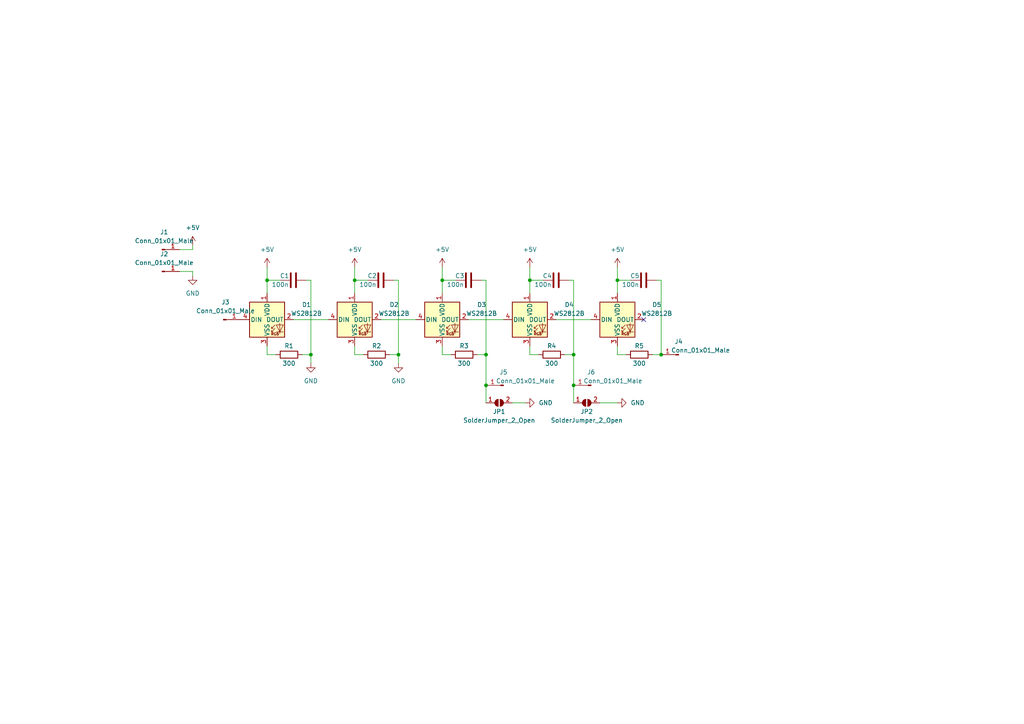
<source format=kicad_sch>
(kicad_sch (version 20211123) (generator eeschema)
  (paper "A4")
  (lib_symbols
    (symbol "Connector:Conn_01x01_Male" (pin_names (offset 1.016) hide)
      (property "Reference" "J" (at 0 2.54 0))
      (property "Value" "Conn_01x01_Male" (at 0 -2.54 0))
      (symbol "Conn_01x01_Male_1_1"
        (polyline (pts (xy 1.27 0) (xy 0.8636 0)) (stroke (width 0.1524)))
        (rectangle (start 0.8636 0.127) (end 0 -0.127) (stroke (width 0.1524)) (fill (type outline)))
        (pin passive line (at 5.08 0 180) (length 3.81) (name "Pin_1") (number "1"))
      )
    )
    (symbol "Device:C" (pin_numbers hide) (pin_names (offset 0.254))
      (property "Reference" "C" (at 0.635 2.54 0))
      (property "Value" "C" (at 0.635 -2.54 0))
      (symbol "C_0_1"
        (polyline (pts (xy -2.032 -0.762) (xy 2.032 -0.762)) (stroke (width 0.508)))
        (polyline (pts (xy -2.032 0.762) (xy 2.032 0.762)) (stroke (width 0.508)))
      )
      (symbol "C_1_1"
        (pin passive line (at 0 3.81 270) (length 2.794) (name "~") (number "1"))
        (pin passive line (at 0 -3.81 90) (length 2.794) (name "~") (number "2"))
      )
    )
    (symbol "Device:R" (pin_numbers hide) (pin_names (offset 0))
      (property "Reference" "R" (at 2.032 0 90))
      (property "Value" "R" (at 0 0 90))
      (symbol "R_0_1"
        (rectangle (start -1.016 -2.54) (end 1.016 2.54) (stroke (width 0.254)))
      )
      (symbol "R_1_1"
        (pin passive line (at 0 3.81 270) (length 1.27) (name "~") (number "1"))
        (pin passive line (at 0 -3.81 90) (length 1.27) (name "~") (number "2"))
      )
    )
    (symbol "Jumper:SolderJumper_2_Open" (pin_names (offset 0) hide)
      (property "Reference" "JP" (at 0 2.032 0))
      (property "Value" "SolderJumper_2_Open" (at 0 -2.54 0))
      (symbol "SolderJumper_2_Open_0_1"
        (arc (start -0.254 1.016) (mid -1.27 0) (end -0.254 -1.016))
        (arc (start -0.254 1.016) (mid -1.27 0) (end -0.254 -1.016) (fill (type outline)))
        (polyline (pts (xy -0.254 1.016) (xy -0.254 -1.016)))
        (polyline (pts (xy 0.254 1.016) (xy 0.254 -1.016)))
        (arc (start 0.254 -1.016) (mid 1.27 0) (end 0.254 1.016))
        (arc (start 0.254 -1.016) (mid 1.27 0) (end 0.254 1.016) (fill (type outline)))
      )
      (symbol "SolderJumper_2_Open_1_1"
        (pin passive line (at -3.81 0 0) (length 2.54) (name "A") (number "1"))
        (pin passive line (at 3.81 0 180) (length 2.54) (name "B") (number "2"))
      )
    )
    (symbol "LED:WS2812B" (pin_names (offset 0.254))
      (property "Reference" "D" (at 5.08 5.715 0))
      (property "Value" "WS2812B" (at 1.27 -5.715 0))
      (symbol "WS2812B_0_0"
        (text "RGB" (at 2.286 -4.191 0) (effects (font (size 0.762 0.762))))
      )
      (symbol "WS2812B_0_1"
        (polyline (pts (xy 1.27 -3.556) (xy 1.778 -3.556)))
        (polyline (pts (xy 1.27 -2.54) (xy 1.778 -2.54)))
        (polyline (pts (xy 4.699 -3.556) (xy 2.667 -3.556)))
        (polyline (pts (xy 2.286 -2.54) (xy 1.27 -3.556) (xy 1.27 -3.048)))
        (polyline (pts (xy 2.286 -1.524) (xy 1.27 -2.54) (xy 1.27 -2.032)))
        (polyline (pts (xy 3.683 -1.016) (xy 3.683 -3.556) (xy 3.683 -4.064)))
        (polyline (pts (xy 4.699 -1.524) (xy 2.667 -1.524) (xy 3.683 -3.556) (xy 4.699 -1.524)))
        (rectangle (start 5.08 5.08) (end -5.08 -5.08) (stroke (width 0.254)) (fill (type background)))
      )
      (symbol "WS2812B_1_1"
        (pin power_in line (at 0 7.62 270) (length 2.54) (name "VDD") (number "1"))
        (pin output line (at 7.62 0 180) (length 2.54) (name "DOUT") (number "2"))
        (pin power_in line (at 0 -7.62 90) (length 2.54) (name "VSS") (number "3"))
        (pin input line (at -7.62 0 0) (length 2.54) (name "DIN") (number "4"))
      )
    )
    (symbol "power:+5V" (power) (pin_names (offset 0))
      (property "Value" "+5V" (at 0 3.556 0))
      (symbol "+5V_0_1"
        (polyline (pts (xy -0.762 1.27) (xy 0 2.54)))
        (polyline (pts (xy 0 0) (xy 0 2.54)))
        (polyline (pts (xy 0 2.54) (xy 0.762 1.27)))
      )
      (symbol "+5V_1_1"
        (pin power_in line (at 0 0 90) (length 0) hide (name "+5V") (number "1"))
      )
    )
    (symbol "power:GND" (power) (pin_names (offset 0))
      (property "Value" "GND" (at 0 -3.81 0))
      (symbol "GND_0_1"
        (polyline (pts (xy 0 0) (xy 0 -1.27) (xy 1.27 -1.27) (xy 0 -2.54) (xy -1.27 -1.27) (xy 0 -1.27)))
      )
      (symbol "GND_1_1"
        (pin power_in line (at 0 0 270) (length 0) hide (name "GND") (number "1"))
      )
    )
  )
  (junction (at 179.07 81.28))
  (junction (at 115.57 102.87))
  (junction (at 166.37 102.87))
  (junction (at 140.97 111.76))
  (junction (at 153.67 81.28))
  (junction (at 90.17 102.87))
  (junction (at 102.87 81.28))
  (junction (at 166.37 111.76))
  (junction (at 191.77 102.87))
  (junction (at 77.47 81.28))
  (junction (at 140.97 102.87))
  (junction (at 128.27 81.28))
  (no_connect (at 186.69 92.71))
  (wire (pts (xy 114.3 81.28) (xy 115.57 81.28)))
  (wire (pts (xy 161.29 92.71) (xy 171.45 92.71)))
  (wire (pts (xy 52.07 72.39) (xy 55.88 72.39)))
  (wire (pts (xy 128.27 81.28) (xy 132.08 81.28)))
  (wire (pts (xy 88.9 81.28) (xy 90.17 81.28)))
  (wire (pts (xy 90.17 102.87) (xy 90.17 105.41)))
  (wire (pts (xy 113.03 102.87) (xy 115.57 102.87)))
  (wire (pts (xy 179.07 100.33) (xy 179.07 102.87)))
  (wire (pts (xy 189.23 102.87) (xy 191.77 102.87)))
  (wire (pts (xy 179.07 81.28) (xy 179.07 85.09)))
  (wire (pts (xy 179.07 102.87) (xy 181.61 102.87)))
  (wire (pts (xy 128.27 81.28) (xy 128.27 85.09)))
  (wire (pts (xy 139.7 81.28) (xy 140.97 81.28)))
  (wire (pts (xy 77.47 81.28) (xy 77.47 85.09)))
  (wire (pts (xy 102.87 102.87) (xy 105.41 102.87)))
  (wire (pts (xy 55.88 72.39) (xy 55.88 71.12)))
  (wire (pts (xy 179.07 81.28) (xy 182.88 81.28)))
  (wire (pts (xy 173.99 116.84) (xy 179.07 116.84)))
  (wire (pts (xy 166.37 102.87) (xy 166.37 111.76)))
  (wire (pts (xy 77.47 100.33) (xy 77.47 102.87)))
  (wire (pts (xy 140.97 81.28) (xy 140.97 102.87)))
  (wire (pts (xy 77.47 81.28) (xy 81.28 81.28)))
  (wire (pts (xy 153.67 81.28) (xy 153.67 85.09)))
  (wire (pts (xy 153.67 77.47) (xy 153.67 81.28)))
  (wire (pts (xy 102.87 100.33) (xy 102.87 102.87)))
  (wire (pts (xy 102.87 77.47) (xy 102.87 81.28)))
  (wire (pts (xy 138.43 102.87) (xy 140.97 102.87)))
  (wire (pts (xy 55.88 78.74) (xy 55.88 80.01)))
  (wire (pts (xy 166.37 81.28) (xy 166.37 102.87)))
  (wire (pts (xy 128.27 102.87) (xy 130.81 102.87)))
  (wire (pts (xy 128.27 100.33) (xy 128.27 102.87)))
  (wire (pts (xy 153.67 102.87) (xy 156.21 102.87)))
  (wire (pts (xy 135.89 92.71) (xy 146.05 92.71)))
  (wire (pts (xy 110.49 92.71) (xy 120.65 92.71)))
  (wire (pts (xy 52.07 78.74) (xy 55.88 78.74)))
  (wire (pts (xy 90.17 81.28) (xy 90.17 102.87)))
  (wire (pts (xy 102.87 81.28) (xy 102.87 85.09)))
  (wire (pts (xy 179.07 77.47) (xy 179.07 81.28)))
  (wire (pts (xy 140.97 111.76) (xy 140.97 116.84)))
  (wire (pts (xy 87.63 102.87) (xy 90.17 102.87)))
  (wire (pts (xy 140.97 102.87) (xy 140.97 111.76)))
  (wire (pts (xy 115.57 81.28) (xy 115.57 102.87)))
  (wire (pts (xy 153.67 100.33) (xy 153.67 102.87)))
  (wire (pts (xy 77.47 77.47) (xy 77.47 81.28)))
  (wire (pts (xy 85.09 92.71) (xy 95.25 92.71)))
  (wire (pts (xy 191.77 81.28) (xy 191.77 102.87)))
  (wire (pts (xy 128.27 77.47) (xy 128.27 81.28)))
  (wire (pts (xy 77.47 102.87) (xy 80.01 102.87)))
  (wire (pts (xy 165.1 81.28) (xy 166.37 81.28)))
  (wire (pts (xy 166.37 111.76) (xy 166.37 116.84)))
  (wire (pts (xy 153.67 81.28) (xy 157.48 81.28)))
  (wire (pts (xy 102.87 81.28) (xy 106.68 81.28)))
  (wire (pts (xy 148.59 116.84) (xy 152.4 116.84)))
  (wire (pts (xy 190.5 81.28) (xy 191.77 81.28)))
  (wire (pts (xy 115.57 102.87) (xy 115.57 105.41)))
  (wire (pts (xy 163.83 102.87) (xy 166.37 102.87)))
  (symbol (lib_id "Connector:Conn_01x01_Male") (at 46.99 72.39 0) (unit 1)
    (property "Reference" "J1" (at 47.625 67.31 0))
    (property "Value" "Conn_01x01_Male" (at 47.625 69.85 0))
    (property "Footprint" "TestPoint:TestPoint_Pad_3.0x3.0mm" (effects hide))
  )
  (symbol (lib_id "Device:R") (at 109.22 102.87 90) (unit 1)
    (property "Reference" "R2" (at 109.22 100.33 90))
    (property "Value" "300" (at 109.22 105.41 90))
    (property "Footprint" "Resistor_SMD:R_0805_2012Metric" (effects hide))
  )
  (symbol (lib_id "LED:WS2812B") (at 77.47 92.71 0) (unit 1)
    (property "Reference" "D1" (at 88.9 88.3793 0))
    (property "Value" "WS2812B" (at 88.9 90.9193 0))
    (property "Footprint" "LED_SMD:LED_WS2812B_PLCC4_5.0x5.0mm_P3.2mm" (effects hide))
    (property "Datasheet" "https://cdn-shop.adafruit.com/datasheets/WS2812B.pdf" (effects hide))
  )
  (symbol (lib_id "power:GND") (at 179.07 116.84 90) (unit 1)
    (property "Reference" "#PWR011" (effects hide))
    (property "Value" "GND" (at 182.88 116.8399 90) (effects (justify right)))
  )
  (symbol (lib_id "Connector:Conn_01x01_Male") (at 146.05 111.76 180) (unit 1)
    (property "Reference" "J5" (at 146.05 107.95 0))
    (property "Value" "Conn_01x01_Male" (at 152.4 110.49 0))
    (property "Footprint" "TestPoint:TestPoint_Pad_3.0x3.0mm" (effects hide))
  )
  (symbol (lib_id "power:+5V") (at 128.27 77.47 0) (unit 1)
    (property "Reference" "#PWR04" (effects hide))
    (property "Value" "+5V" (at 128.27 72.39 0))
  )
  (symbol (lib_id "power:GND") (at 152.4 116.84 90) (unit 1)
    (property "Reference" "#PWR010" (effects hide))
    (property "Value" "GND" (at 156.21 116.8399 90) (effects (justify right)))
  )
  (symbol (lib_id "Connector:Conn_01x01_Male") (at 196.85 102.87 180) (unit 1)
    (property "Reference" "J4" (at 196.85 99.06 0))
    (property "Value" "Conn_01x01_Male" (at 203.2 101.6 0))
    (property "Footprint" "TestPoint:TestPoint_Pad_3.0x3.0mm" (effects hide))
  )
  (symbol (lib_id "Device:C") (at 135.89 81.28 90) (unit 1)
    (property "Reference" "C3" (at 133.35 80.01 90))
    (property "Value" "100n" (at 132.08 82.55 90))
    (property "Footprint" "Capacitor_SMD:C_0805_2012Metric" (effects hide))
  )
  (symbol (lib_id "Device:R") (at 160.02 102.87 90) (unit 1)
    (property "Reference" "R4" (at 160.02 100.33 90))
    (property "Value" "300" (at 160.02 105.41 90))
    (property "Footprint" "Resistor_SMD:R_0805_2012Metric" (effects hide))
  )
  (symbol (lib_id "Jumper:SolderJumper_2_Open") (at 144.78 116.84 0) (unit 1)
    (property "Reference" "JP1" (at 144.78 119.38 0))
    (property "Value" "SolderJumper_2_Open" (at 144.78 121.92 0))
    (property "Footprint" "Jumper:SolderJumper-2_P1.3mm_Open_RoundedPad1.0x1.5mm" (effects hide))
  )
  (symbol (lib_id "power:+5V") (at 153.67 77.47 0) (unit 1)
    (property "Reference" "#PWR05" (effects hide))
    (property "Value" "+5V" (at 153.67 72.39 0))
  )
  (symbol (lib_id "power:GND") (at 115.57 105.41 0) (unit 1)
    (property "Reference" "#PWR09" (effects hide))
    (property "Value" "GND" (at 115.57 110.49 0))
  )
  (symbol (lib_id "power:+5V") (at 102.87 77.47 0) (unit 1)
    (property "Reference" "#PWR03" (effects hide))
    (property "Value" "+5V" (at 102.87 72.39 0))
  )
  (symbol (lib_id "Device:R") (at 134.62 102.87 90) (unit 1)
    (property "Reference" "R3" (at 134.62 100.33 90))
    (property "Value" "300" (at 134.62 105.41 90))
    (property "Footprint" "Resistor_SMD:R_0805_2012Metric" (effects hide))
  )
  (symbol (lib_id "Device:C") (at 85.09 81.28 90) (unit 1)
    (property "Reference" "C1" (at 82.55 80.01 90))
    (property "Value" "100n" (at 81.28 82.55 90))
    (property "Footprint" "Capacitor_SMD:C_0805_2012Metric" (effects hide))
  )
  (symbol (lib_id "LED:WS2812B") (at 128.27 92.71 0) (unit 1)
    (property "Reference" "D3" (at 139.7 88.3793 0))
    (property "Value" "WS2812B" (at 139.7 90.9193 0))
    (property "Footprint" "LED_SMD:LED_WS2812B_PLCC4_5.0x5.0mm_P3.2mm" (effects hide))
    (property "Datasheet" "https://cdn-shop.adafruit.com/datasheets/WS2812B.pdf" (effects hide))
  )
  (symbol (lib_id "Jumper:SolderJumper_2_Open") (at 170.18 116.84 0) (unit 1)
    (property "Reference" "JP2" (at 170.18 119.38 0))
    (property "Value" "SolderJumper_2_Open" (at 170.18 121.92 0))
    (property "Footprint" "Jumper:SolderJumper-2_P1.3mm_Open_RoundedPad1.0x1.5mm" (effects hide))
  )
  (symbol (lib_id "power:+5V") (at 55.88 71.12 0) (unit 1)
    (property "Reference" "#PWR01" (effects hide))
    (property "Value" "+5V" (at 55.88 66.04 0))
  )
  (symbol (lib_id "Device:R") (at 185.42 102.87 90) (unit 1)
    (property "Reference" "R5" (at 185.42 100.33 90))
    (property "Value" "300" (at 185.42 105.41 90))
    (property "Footprint" "Resistor_SMD:R_0805_2012Metric" (effects hide))
  )
  (symbol (lib_id "power:+5V") (at 179.07 77.47 0) (unit 1)
    (property "Reference" "#PWR06" (effects hide))
    (property "Value" "+5V" (at 179.07 72.39 0))
  )
  (symbol (lib_id "LED:WS2812B") (at 179.07 92.71 0) (unit 1)
    (property "Reference" "D5" (at 190.5 88.3793 0))
    (property "Value" "WS2812B" (at 190.5 90.9193 0))
    (property "Footprint" "LED_SMD:LED_WS2812B_PLCC4_5.0x5.0mm_P3.2mm" (effects hide))
    (property "Datasheet" "https://cdn-shop.adafruit.com/datasheets/WS2812B.pdf" (effects hide))
  )
  (symbol (lib_id "power:+5V") (at 77.47 77.47 0) (unit 1)
    (property "Reference" "#PWR02" (effects hide))
    (property "Value" "+5V" (at 77.47 72.39 0))
  )
  (symbol (lib_id "Device:R") (at 83.82 102.87 90) (unit 1)
    (property "Reference" "R1" (at 83.82 100.33 90))
    (property "Value" "300" (at 83.82 105.41 90))
    (property "Footprint" "Resistor_SMD:R_0805_2012Metric" (effects hide))
  )
  (symbol (lib_id "Connector:Conn_01x01_Male") (at 46.99 78.74 0) (unit 1)
    (property "Reference" "J2" (at 47.625 73.66 0))
    (property "Value" "Conn_01x01_Male" (at 47.625 76.2 0))
    (property "Footprint" "TestPoint:TestPoint_Pad_3.0x3.0mm" (effects hide))
  )
  (symbol (lib_id "power:GND") (at 90.17 105.41 0) (unit 1)
    (property "Reference" "#PWR08" (effects hide))
    (property "Value" "GND" (at 90.17 110.49 0))
  )
  (symbol (lib_id "power:GND") (at 55.88 80.01 0) (unit 1)
    (property "Reference" "#PWR07" (effects hide))
    (property "Value" "GND" (at 55.88 85.09 0))
  )
  (symbol (lib_id "Connector:Conn_01x01_Male") (at 171.45 111.76 180) (unit 1)
    (property "Reference" "J6" (at 171.45 107.95 0))
    (property "Value" "Conn_01x01_Male" (at 177.8 110.49 0))
    (property "Footprint" "TestPoint:TestPoint_Pad_3.0x3.0mm" (effects hide))
  )
  (symbol (lib_id "LED:WS2812B") (at 153.67 92.71 0) (unit 1)
    (property "Reference" "D4" (at 165.1 88.3793 0))
    (property "Value" "WS2812B" (at 165.1 90.9193 0))
    (property "Footprint" "LED_SMD:LED_WS2812B_PLCC4_5.0x5.0mm_P3.2mm" (effects hide))
    (property "Datasheet" "https://cdn-shop.adafruit.com/datasheets/WS2812B.pdf" (effects hide))
  )
  (symbol (lib_id "Connector:Conn_01x01_Male") (at 64.77 92.71 0) (unit 1)
    (property "Reference" "J3" (at 65.405 87.63 0))
    (property "Value" "Conn_01x01_Male" (at 65.405 90.17 0))
    (property "Footprint" "TestPoint:TestPoint_Pad_3.0x3.0mm" (effects hide))
  )
  (symbol (lib_id "Device:C") (at 186.69 81.28 90) (unit 1)
    (property "Reference" "C5" (at 184.15 80.01 90))
    (property "Value" "100n" (at 182.88 82.55 90))
    (property "Footprint" "Capacitor_SMD:C_0805_2012Metric" (effects hide))
  )
  (symbol (lib_id "LED:WS2812B") (at 102.87 92.71 0) (unit 1)
    (property "Reference" "D2" (at 114.3 88.3793 0))
    (property "Value" "WS2812B" (at 114.3 90.9193 0))
    (property "Footprint" "LED_SMD:LED_WS2812B_PLCC4_5.0x5.0mm_P3.2mm" (effects hide))
    (property "Datasheet" "https://cdn-shop.adafruit.com/datasheets/WS2812B.pdf" (effects hide))
  )
  (symbol (lib_id "Device:C") (at 110.49 81.28 90) (unit 1)
    (property "Reference" "C2" (at 107.95 80.01 90))
    (property "Value" "100n" (at 106.68 82.55 90))
    (property "Footprint" "Capacitor_SMD:C_0805_2012Metric" (effects hide))
  )
  (symbol (lib_id "Device:C") (at 161.29 81.28 90) (unit 1)
    (property "Reference" "C4" (at 158.75 80.01 90))
    (property "Value" "100n" (at 157.48 82.55 90))
    (property "Footprint" "Capacitor_SMD:C_0805_2012Metric" (effects hide))
  )
)
</source>
